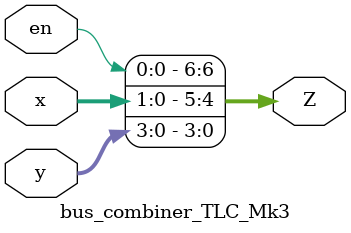
<source format=v>
module bus_combiner_TLC_Mk3(en, x, y, Z);

	input en;
	input [1:0]x;
	input [3:0]y;
	output [6:0]Z;
	
	assign Z[6] = en;
	assign Z[5] = x[1];
	assign Z[4] = x[0];
	assign Z[3] = y[3];
	assign Z[2] = y[2];
	assign Z[1] = y[1];
	assign Z[0] = y[0];
	
endmodule
</source>
